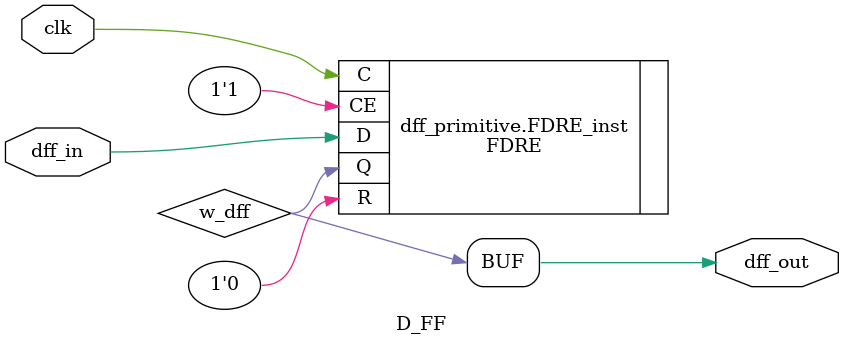
<source format=v>
`timescale 1ns / 1ps

module D_FF(
	input dff_in,
	input clk,
	output reg dff_out
    );
	 
	 parameter C_DFF_type = "PRIMITIVE"; 
	 wire w_dff;



	generate
		if(C_DFF_type == "GENERIC") begin: dff_generic
		always@(posedge clk)
		begin
		dff_out <= dff_in ;
		end
		end
	endgenerate
	
	generate

// base on D Flip-Flop with Clock Enable and Synchronous Reset
//FDRE is a single D-type flip-flop with data (D), clock enable (CE), and synchronous reset (R) inputs
// and data output (Q). The synchronous reset (R) input, when High,
// overrides all other inputs and resets the Q output Low on the Low-to-High clock (C) transition.	
		if(C_DFF_type == "PRIMITIVE") begin: dff_primitive
		FDRE #(
		.INIT(1'b0)  // initial regeister value
		) FDRE_inst (
		.Q(w_dff),  // 1 bit for data output
		.C(clk),		// 1 bit for clock input
		.CE(1'b1),	// 1 bit for clock enable input
		.R(1'b0),	// 1 bit for syncroune reset input
		.D(dff_in)	// 1 bit for data input
		);
		end
	endgenerate
	
	always @(*)
	dff_out <= w_dff;

endmodule

</source>
